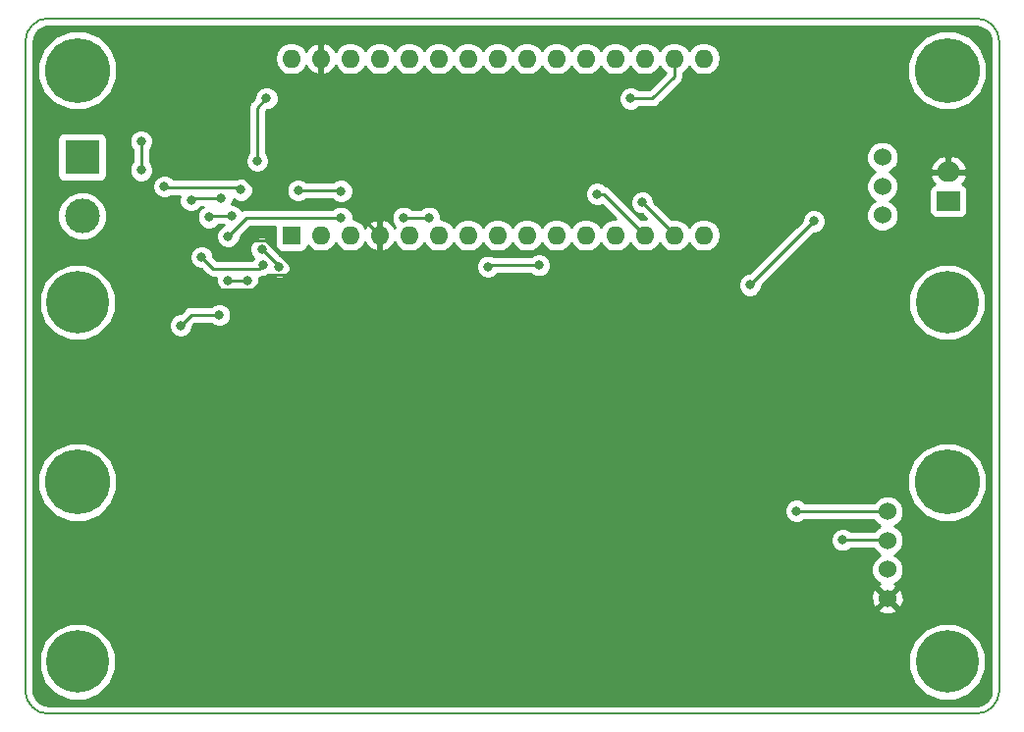
<source format=gbr>
%TF.GenerationSoftware,KiCad,Pcbnew,(5.0.0)*%
%TF.CreationDate,2020-02-27T17:20:47+00:00*%
%TF.ProjectId,Blast Furnace PCB,426C617374204675726E616365205043,rev?*%
%TF.SameCoordinates,Original*%
%TF.FileFunction,Copper,L2,Bot,Signal*%
%TF.FilePolarity,Positive*%
%FSLAX46Y46*%
G04 Gerber Fmt 4.6, Leading zero omitted, Abs format (unit mm)*
G04 Created by KiCad (PCBNEW (5.0.0)) date 02/27/20 17:20:47*
%MOMM*%
%LPD*%
G01*
G04 APERTURE LIST*
%ADD10C,0.150000*%
%ADD11C,1.524000*%
%ADD12C,5.600000*%
%ADD13C,5.400000*%
%ADD14O,1.600000X1.600000*%
%ADD15R,1.600000X1.600000*%
%ADD16C,3.000000*%
%ADD17R,3.000000X3.000000*%
%ADD18R,2.000000X1.700000*%
%ADD19O,2.000000X1.700000*%
%ADD20C,0.800000*%
%ADD21C,0.250000*%
%ADD22C,0.300000*%
%ADD23C,0.254000*%
G04 APERTURE END LIST*
D10*
X112500000Y-164500000D02*
G75*
G02X110500000Y-162500000I0J2000000D01*
G01*
X110500000Y-106500000D02*
G75*
G02X112500000Y-104500000I2000000J0D01*
G01*
X192500000Y-104500000D02*
G75*
G02X194500000Y-106500000I0J-2000000D01*
G01*
X194500000Y-162500000D02*
G75*
G02X192500000Y-164500000I-2000000J0D01*
G01*
X110500000Y-106500000D02*
X110500000Y-162500000D01*
X192500000Y-104500000D02*
X112500000Y-104500000D01*
X194500000Y-162500000D02*
X194500000Y-106500000D01*
X112498438Y-164500000D02*
X192500000Y-164500000D01*
D11*
X184850000Y-147050000D03*
X184850000Y-149550000D03*
X184850000Y-152050000D03*
X184850000Y-154550000D03*
D12*
X190000000Y-144500000D03*
X115000000Y-144500000D03*
D13*
X115000000Y-129000000D03*
X190000000Y-129000000D03*
D11*
X184400000Y-116500000D03*
X184400000Y-121500000D03*
X184400000Y-119000000D03*
D14*
X169010000Y-107960000D03*
X169010000Y-123200000D03*
X133450000Y-107960000D03*
X166470000Y-123200000D03*
X135990000Y-107960000D03*
X163930000Y-123200000D03*
X138530000Y-107960000D03*
X161390000Y-123200000D03*
X141070000Y-107960000D03*
X158850000Y-123200000D03*
X143610000Y-107960000D03*
X156310000Y-123200000D03*
X146150000Y-107960000D03*
X153770000Y-123200000D03*
X148690000Y-107960000D03*
X151230000Y-123200000D03*
X151230000Y-107960000D03*
X148690000Y-123200000D03*
X153770000Y-107960000D03*
X146150000Y-123200000D03*
X156310000Y-107960000D03*
X143610000Y-123200000D03*
X158850000Y-107960000D03*
X141070000Y-123200000D03*
X161390000Y-107960000D03*
X138530000Y-123200000D03*
X163930000Y-107960000D03*
X135990000Y-123200000D03*
X166470000Y-107960000D03*
D15*
X133450000Y-123200000D03*
D16*
X115400000Y-121540000D03*
D17*
X115400000Y-116460000D03*
D13*
X190000000Y-160000000D03*
X115000000Y-160000000D03*
D12*
X190000000Y-109000000D03*
X115000000Y-109000000D03*
D18*
X190100000Y-120250000D03*
D19*
X190100000Y-117750000D03*
D20*
X162700000Y-111425000D03*
X120500000Y-115100000D03*
X120500000Y-117600000D03*
X129500000Y-130400000D03*
X133202158Y-129896763D03*
X127000000Y-127900000D03*
X127262347Y-124575000D03*
X128650000Y-117450000D03*
X125700000Y-125100000D03*
X131000000Y-125800000D03*
X129100000Y-119300000D03*
X134037347Y-119337347D03*
X137725000Y-119400000D03*
X122500000Y-119000000D03*
X181000000Y-149500000D03*
X177000000Y-147000000D03*
X131300000Y-111400000D03*
X130500000Y-116800000D03*
X127400000Y-120000000D03*
X124800000Y-120200000D03*
X159800000Y-119650000D03*
X163700000Y-120375000D03*
X145300000Y-121700000D03*
X143100000Y-121700000D03*
X137725000Y-121698639D03*
X127987347Y-123312653D03*
X154800000Y-125800000D03*
X132400000Y-125925000D03*
X130900000Y-124400000D03*
X128262653Y-121537347D03*
X126337347Y-121662653D03*
X150400000Y-125925000D03*
X128000000Y-127100000D03*
X129625000Y-127100000D03*
X173000000Y-127500000D03*
X178500000Y-122000000D03*
X123900000Y-131000000D03*
X127213192Y-130087887D03*
D21*
X120500000Y-115100000D02*
X120500000Y-117600000D01*
X162700000Y-111425000D02*
X164575000Y-111425000D01*
X166470000Y-109530000D02*
X166470000Y-107960000D01*
X164575000Y-111425000D02*
X166470000Y-109530000D01*
X129500000Y-130400000D02*
X132698921Y-130400000D01*
X132698921Y-130400000D02*
X133202158Y-129896763D01*
X127000000Y-127900000D02*
X130200000Y-127900000D01*
X130200000Y-127900000D02*
X131449999Y-126650001D01*
X133400000Y-125851998D02*
X132600000Y-125051998D01*
X131248001Y-123674999D02*
X129025001Y-123674999D01*
X132600000Y-125051998D02*
X132600000Y-125026998D01*
X132600000Y-125026998D02*
X131248001Y-123674999D01*
X133400000Y-126250001D02*
X133400000Y-125851998D01*
X133000000Y-126650001D02*
X133400000Y-126250001D01*
X131449999Y-126650001D02*
X133000000Y-126650001D01*
X129025001Y-123674999D02*
X127700000Y-125000000D01*
X127700000Y-125000000D02*
X127400000Y-125000000D01*
X127400000Y-125000000D02*
X127262347Y-124862347D01*
X127262347Y-124862347D02*
X127262347Y-124575000D01*
X138314454Y-120444454D02*
X141070000Y-123200000D01*
X128650000Y-117450000D02*
X131644454Y-120444454D01*
X131644454Y-120444454D02*
X138314454Y-120444454D01*
X131000000Y-125800000D02*
X130684570Y-126115430D01*
X130684570Y-126115430D02*
X126775560Y-126115430D01*
X126715430Y-126115430D02*
X126775560Y-126115430D01*
X125700000Y-125100000D02*
X126715430Y-126115430D01*
X128887348Y-119087348D02*
X129100000Y-119300000D01*
X122987346Y-119087348D02*
X128887348Y-119087348D01*
X134037347Y-119337347D02*
X137662347Y-119337347D01*
X137662347Y-119337347D02*
X137725000Y-119400000D01*
X122987346Y-119087348D02*
X122587348Y-119087348D01*
X122587348Y-119087348D02*
X122500000Y-119000000D01*
X184800000Y-149500000D02*
X184850000Y-149550000D01*
X181000000Y-149500000D02*
X184800000Y-149500000D01*
X184800000Y-147000000D02*
X184850000Y-147050000D01*
X177000000Y-147000000D02*
X184800000Y-147000000D01*
X131300000Y-111400000D02*
X130500000Y-112200000D01*
X130500000Y-112200000D02*
X130500000Y-116800000D01*
X127400000Y-120000000D02*
X125000000Y-120000000D01*
X125000000Y-120000000D02*
X124800000Y-120200000D01*
D22*
X163350000Y-123200000D02*
X163480000Y-123200000D01*
D21*
X160380000Y-119650000D02*
X163930000Y-123200000D01*
X159800000Y-119650000D02*
X160380000Y-119650000D01*
X145300000Y-121700000D02*
X143100000Y-121700000D01*
X137725000Y-121698639D02*
X136001361Y-121698639D01*
X136001361Y-121698639D02*
X136000000Y-121700000D01*
X135999847Y-121700153D02*
X136001361Y-121698639D01*
X132100153Y-121700153D02*
X135999847Y-121700153D01*
X132100000Y-121700000D02*
X132100153Y-121700153D01*
X127987347Y-123312653D02*
X129600000Y-121700000D01*
X129600000Y-121700000D02*
X132100000Y-121700000D01*
X166470000Y-123145000D02*
X166470000Y-123200000D01*
X163700000Y-120375000D02*
X166470000Y-123145000D01*
X154800000Y-125800000D02*
X150525000Y-125800000D01*
X150525000Y-125800000D02*
X150400000Y-125925000D01*
X132400000Y-125925000D02*
X132400000Y-125900000D01*
X132400000Y-125900000D02*
X130900000Y-124400000D01*
X128262653Y-121537347D02*
X126462653Y-121537347D01*
X126462653Y-121537347D02*
X126337347Y-121662653D01*
X128000000Y-127100000D02*
X129625000Y-127100000D01*
X173000000Y-127500000D02*
X178500000Y-122000000D01*
X123900000Y-131000000D02*
X124812113Y-130087887D01*
X124812113Y-130087887D02*
X127213192Y-130087887D01*
D23*
G36*
X192860027Y-105268803D02*
X193191110Y-105419338D01*
X193466639Y-105656749D01*
X193664456Y-105961944D01*
X193775700Y-106333917D01*
X193790001Y-106526362D01*
X193790000Y-162449420D01*
X193731197Y-162860027D01*
X193580661Y-163191112D01*
X193343251Y-163466639D01*
X193038056Y-163664456D01*
X192666083Y-163775700D01*
X192473652Y-163790000D01*
X112550580Y-163790000D01*
X112139973Y-163731197D01*
X111808888Y-163580661D01*
X111533361Y-163343251D01*
X111335544Y-163038056D01*
X111224300Y-162666083D01*
X111210000Y-162473652D01*
X111210000Y-159336627D01*
X111665000Y-159336627D01*
X111665000Y-160663373D01*
X112172723Y-161889126D01*
X113110874Y-162827277D01*
X114336627Y-163335000D01*
X115663373Y-163335000D01*
X116889126Y-162827277D01*
X117827277Y-161889126D01*
X118335000Y-160663373D01*
X118335000Y-159336627D01*
X186665000Y-159336627D01*
X186665000Y-160663373D01*
X187172723Y-161889126D01*
X188110874Y-162827277D01*
X189336627Y-163335000D01*
X190663373Y-163335000D01*
X191889126Y-162827277D01*
X192827277Y-161889126D01*
X193335000Y-160663373D01*
X193335000Y-159336627D01*
X192827277Y-158110874D01*
X191889126Y-157172723D01*
X190663373Y-156665000D01*
X189336627Y-156665000D01*
X188110874Y-157172723D01*
X187172723Y-158110874D01*
X186665000Y-159336627D01*
X118335000Y-159336627D01*
X117827277Y-158110874D01*
X116889126Y-157172723D01*
X115663373Y-156665000D01*
X114336627Y-156665000D01*
X113110874Y-157172723D01*
X112172723Y-158110874D01*
X111665000Y-159336627D01*
X111210000Y-159336627D01*
X111210000Y-155530213D01*
X184049392Y-155530213D01*
X184118857Y-155772397D01*
X184642302Y-155959144D01*
X185197368Y-155931362D01*
X185581143Y-155772397D01*
X185650608Y-155530213D01*
X184850000Y-154729605D01*
X184049392Y-155530213D01*
X111210000Y-155530213D01*
X111210000Y-154342302D01*
X183440856Y-154342302D01*
X183468638Y-154897368D01*
X183627603Y-155281143D01*
X183869787Y-155350608D01*
X184670395Y-154550000D01*
X185029605Y-154550000D01*
X185830213Y-155350608D01*
X186072397Y-155281143D01*
X186259144Y-154757698D01*
X186231362Y-154202632D01*
X186072397Y-153818857D01*
X185830213Y-153749392D01*
X185029605Y-154550000D01*
X184670395Y-154550000D01*
X183869787Y-153749392D01*
X183627603Y-153818857D01*
X183440856Y-154342302D01*
X111210000Y-154342302D01*
X111210000Y-143816736D01*
X111565000Y-143816736D01*
X111565000Y-145183264D01*
X112087947Y-146445771D01*
X113054229Y-147412053D01*
X114316736Y-147935000D01*
X115683264Y-147935000D01*
X116945771Y-147412053D01*
X117563698Y-146794126D01*
X175965000Y-146794126D01*
X175965000Y-147205874D01*
X176122569Y-147586280D01*
X176413720Y-147877431D01*
X176794126Y-148035000D01*
X177205874Y-148035000D01*
X177586280Y-147877431D01*
X177703711Y-147760000D01*
X183631989Y-147760000D01*
X183665680Y-147841337D01*
X184058663Y-148234320D01*
X184217229Y-148300000D01*
X184058663Y-148365680D01*
X183684343Y-148740000D01*
X181703711Y-148740000D01*
X181586280Y-148622569D01*
X181205874Y-148465000D01*
X180794126Y-148465000D01*
X180413720Y-148622569D01*
X180122569Y-148913720D01*
X179965000Y-149294126D01*
X179965000Y-149705874D01*
X180122569Y-150086280D01*
X180413720Y-150377431D01*
X180794126Y-150535000D01*
X181205874Y-150535000D01*
X181586280Y-150377431D01*
X181703711Y-150260000D01*
X183631989Y-150260000D01*
X183665680Y-150341337D01*
X184058663Y-150734320D01*
X184217229Y-150800000D01*
X184058663Y-150865680D01*
X183665680Y-151258663D01*
X183453000Y-151772119D01*
X183453000Y-152327881D01*
X183665680Y-152841337D01*
X184058663Y-153234320D01*
X184201363Y-153293428D01*
X184118857Y-153327603D01*
X184049392Y-153569787D01*
X184850000Y-154370395D01*
X185650608Y-153569787D01*
X185581143Y-153327603D01*
X185492490Y-153295975D01*
X185641337Y-153234320D01*
X186034320Y-152841337D01*
X186247000Y-152327881D01*
X186247000Y-151772119D01*
X186034320Y-151258663D01*
X185641337Y-150865680D01*
X185482771Y-150800000D01*
X185641337Y-150734320D01*
X186034320Y-150341337D01*
X186247000Y-149827881D01*
X186247000Y-149272119D01*
X186034320Y-148758663D01*
X185641337Y-148365680D01*
X185482771Y-148300000D01*
X185641337Y-148234320D01*
X186034320Y-147841337D01*
X186247000Y-147327881D01*
X186247000Y-146772119D01*
X186034320Y-146258663D01*
X185641337Y-145865680D01*
X185127881Y-145653000D01*
X184572119Y-145653000D01*
X184058663Y-145865680D01*
X183684343Y-146240000D01*
X177703711Y-146240000D01*
X177586280Y-146122569D01*
X177205874Y-145965000D01*
X176794126Y-145965000D01*
X176413720Y-146122569D01*
X176122569Y-146413720D01*
X175965000Y-146794126D01*
X117563698Y-146794126D01*
X117912053Y-146445771D01*
X118435000Y-145183264D01*
X118435000Y-143816736D01*
X186565000Y-143816736D01*
X186565000Y-145183264D01*
X187087947Y-146445771D01*
X188054229Y-147412053D01*
X189316736Y-147935000D01*
X190683264Y-147935000D01*
X191945771Y-147412053D01*
X192912053Y-146445771D01*
X193435000Y-145183264D01*
X193435000Y-143816736D01*
X192912053Y-142554229D01*
X191945771Y-141587947D01*
X190683264Y-141065000D01*
X189316736Y-141065000D01*
X188054229Y-141587947D01*
X187087947Y-142554229D01*
X186565000Y-143816736D01*
X118435000Y-143816736D01*
X117912053Y-142554229D01*
X116945771Y-141587947D01*
X115683264Y-141065000D01*
X114316736Y-141065000D01*
X113054229Y-141587947D01*
X112087947Y-142554229D01*
X111565000Y-143816736D01*
X111210000Y-143816736D01*
X111210000Y-128336627D01*
X111665000Y-128336627D01*
X111665000Y-129663373D01*
X112172723Y-130889126D01*
X113110874Y-131827277D01*
X114336627Y-132335000D01*
X115663373Y-132335000D01*
X116889126Y-131827277D01*
X117827277Y-130889126D01*
X117866627Y-130794126D01*
X122865000Y-130794126D01*
X122865000Y-131205874D01*
X123022569Y-131586280D01*
X123313720Y-131877431D01*
X123694126Y-132035000D01*
X124105874Y-132035000D01*
X124486280Y-131877431D01*
X124777431Y-131586280D01*
X124935000Y-131205874D01*
X124935000Y-131039802D01*
X125126915Y-130847887D01*
X126509481Y-130847887D01*
X126626912Y-130965318D01*
X127007318Y-131122887D01*
X127419066Y-131122887D01*
X127799472Y-130965318D01*
X128090623Y-130674167D01*
X128248192Y-130293761D01*
X128248192Y-129882013D01*
X128090623Y-129501607D01*
X127799472Y-129210456D01*
X127419066Y-129052887D01*
X127007318Y-129052887D01*
X126626912Y-129210456D01*
X126509481Y-129327887D01*
X124886961Y-129327887D01*
X124812113Y-129312999D01*
X124737265Y-129327887D01*
X124737261Y-129327887D01*
X124515576Y-129371983D01*
X124264184Y-129539958D01*
X124221784Y-129603414D01*
X123860198Y-129965000D01*
X123694126Y-129965000D01*
X123313720Y-130122569D01*
X123022569Y-130413720D01*
X122865000Y-130794126D01*
X117866627Y-130794126D01*
X118335000Y-129663373D01*
X118335000Y-128336627D01*
X117827277Y-127110874D01*
X116889126Y-126172723D01*
X115663373Y-125665000D01*
X114336627Y-125665000D01*
X113110874Y-126172723D01*
X112172723Y-127110874D01*
X111665000Y-128336627D01*
X111210000Y-128336627D01*
X111210000Y-124894126D01*
X124665000Y-124894126D01*
X124665000Y-125305874D01*
X124822569Y-125686280D01*
X125113720Y-125977431D01*
X125494126Y-126135000D01*
X125660199Y-126135000D01*
X126125101Y-126599903D01*
X126167501Y-126663359D01*
X126418893Y-126831334D01*
X126640578Y-126875430D01*
X126640583Y-126875430D01*
X126715430Y-126890318D01*
X126790277Y-126875430D01*
X126972744Y-126875430D01*
X126965000Y-126894126D01*
X126965000Y-127305874D01*
X127122569Y-127686280D01*
X127413720Y-127977431D01*
X127794126Y-128135000D01*
X128205874Y-128135000D01*
X128586280Y-127977431D01*
X128703711Y-127860000D01*
X128921289Y-127860000D01*
X129038720Y-127977431D01*
X129419126Y-128135000D01*
X129830874Y-128135000D01*
X130211280Y-127977431D01*
X130502431Y-127686280D01*
X130660000Y-127305874D01*
X130660000Y-127294126D01*
X171965000Y-127294126D01*
X171965000Y-127705874D01*
X172122569Y-128086280D01*
X172413720Y-128377431D01*
X172794126Y-128535000D01*
X173205874Y-128535000D01*
X173586280Y-128377431D01*
X173627084Y-128336627D01*
X186665000Y-128336627D01*
X186665000Y-129663373D01*
X187172723Y-130889126D01*
X188110874Y-131827277D01*
X189336627Y-132335000D01*
X190663373Y-132335000D01*
X191889126Y-131827277D01*
X192827277Y-130889126D01*
X193335000Y-129663373D01*
X193335000Y-128336627D01*
X192827277Y-127110874D01*
X191889126Y-126172723D01*
X190663373Y-125665000D01*
X189336627Y-125665000D01*
X188110874Y-126172723D01*
X187172723Y-127110874D01*
X186665000Y-128336627D01*
X173627084Y-128336627D01*
X173877431Y-128086280D01*
X174035000Y-127705874D01*
X174035000Y-127539801D01*
X178539802Y-123035000D01*
X178705874Y-123035000D01*
X179086280Y-122877431D01*
X179377431Y-122586280D01*
X179535000Y-122205874D01*
X179535000Y-121794126D01*
X179377431Y-121413720D01*
X179086280Y-121122569D01*
X178705874Y-120965000D01*
X178294126Y-120965000D01*
X177913720Y-121122569D01*
X177622569Y-121413720D01*
X177465000Y-121794126D01*
X177465000Y-121960198D01*
X172960199Y-126465000D01*
X172794126Y-126465000D01*
X172413720Y-126622569D01*
X172122569Y-126913720D01*
X171965000Y-127294126D01*
X130660000Y-127294126D01*
X130660000Y-126894126D01*
X130656075Y-126884650D01*
X130684570Y-126890318D01*
X130759417Y-126875430D01*
X130759422Y-126875430D01*
X130962677Y-126835000D01*
X131205874Y-126835000D01*
X131586280Y-126677431D01*
X131637500Y-126626211D01*
X131813720Y-126802431D01*
X132194126Y-126960000D01*
X132605874Y-126960000D01*
X132986280Y-126802431D01*
X133277431Y-126511280D01*
X133435000Y-126130874D01*
X133435000Y-125719126D01*
X149365000Y-125719126D01*
X149365000Y-126130874D01*
X149522569Y-126511280D01*
X149813720Y-126802431D01*
X150194126Y-126960000D01*
X150605874Y-126960000D01*
X150986280Y-126802431D01*
X151228711Y-126560000D01*
X154096289Y-126560000D01*
X154213720Y-126677431D01*
X154594126Y-126835000D01*
X155005874Y-126835000D01*
X155386280Y-126677431D01*
X155677431Y-126386280D01*
X155835000Y-126005874D01*
X155835000Y-125594126D01*
X155677431Y-125213720D01*
X155386280Y-124922569D01*
X155005874Y-124765000D01*
X154594126Y-124765000D01*
X154213720Y-124922569D01*
X154096289Y-125040000D01*
X150968007Y-125040000D01*
X150605874Y-124890000D01*
X150194126Y-124890000D01*
X149813720Y-125047569D01*
X149522569Y-125338720D01*
X149365000Y-125719126D01*
X133435000Y-125719126D01*
X133277431Y-125338720D01*
X132986280Y-125047569D01*
X132605874Y-124890000D01*
X132464802Y-124890000D01*
X131935000Y-124360198D01*
X131935000Y-124194126D01*
X131777431Y-123813720D01*
X131486280Y-123522569D01*
X131105874Y-123365000D01*
X130694126Y-123365000D01*
X130313720Y-123522569D01*
X130022569Y-123813720D01*
X129865000Y-124194126D01*
X129865000Y-124605874D01*
X130022569Y-124986280D01*
X130186289Y-125150000D01*
X130122569Y-125213720D01*
X130063871Y-125355430D01*
X127030232Y-125355430D01*
X126735000Y-125060199D01*
X126735000Y-124894126D01*
X126577431Y-124513720D01*
X126286280Y-124222569D01*
X125905874Y-124065000D01*
X125494126Y-124065000D01*
X125113720Y-124222569D01*
X124822569Y-124513720D01*
X124665000Y-124894126D01*
X111210000Y-124894126D01*
X111210000Y-121115322D01*
X113265000Y-121115322D01*
X113265000Y-121964678D01*
X113590034Y-122749380D01*
X114190620Y-123349966D01*
X114975322Y-123675000D01*
X115824678Y-123675000D01*
X116609380Y-123349966D01*
X117209966Y-122749380D01*
X117535000Y-121964678D01*
X117535000Y-121115322D01*
X117209966Y-120330620D01*
X116609380Y-119730034D01*
X115824678Y-119405000D01*
X114975322Y-119405000D01*
X114190620Y-119730034D01*
X113590034Y-120330620D01*
X113265000Y-121115322D01*
X111210000Y-121115322D01*
X111210000Y-118794126D01*
X121465000Y-118794126D01*
X121465000Y-119205874D01*
X121622569Y-119586280D01*
X121913720Y-119877431D01*
X122294126Y-120035000D01*
X122705874Y-120035000D01*
X123086280Y-119877431D01*
X123116363Y-119847348D01*
X123825797Y-119847348D01*
X123765000Y-119994126D01*
X123765000Y-120405874D01*
X123922569Y-120786280D01*
X124213720Y-121077431D01*
X124594126Y-121235000D01*
X125005874Y-121235000D01*
X125386280Y-121077431D01*
X125677431Y-120786280D01*
X125688317Y-120760000D01*
X125811958Y-120760000D01*
X125751067Y-120785222D01*
X125459916Y-121076373D01*
X125302347Y-121456779D01*
X125302347Y-121868527D01*
X125459916Y-122248933D01*
X125751067Y-122540084D01*
X126131473Y-122697653D01*
X126543221Y-122697653D01*
X126923627Y-122540084D01*
X127166364Y-122297347D01*
X127558942Y-122297347D01*
X127610194Y-122348599D01*
X127401067Y-122435222D01*
X127109916Y-122726373D01*
X126952347Y-123106779D01*
X126952347Y-123518527D01*
X127109916Y-123898933D01*
X127401067Y-124190084D01*
X127781473Y-124347653D01*
X128193221Y-124347653D01*
X128573627Y-124190084D01*
X128864778Y-123898933D01*
X129022347Y-123518527D01*
X129022347Y-123352454D01*
X129914802Y-122460000D01*
X132002560Y-122460000D01*
X132002560Y-124000000D01*
X132051843Y-124247765D01*
X132192191Y-124457809D01*
X132402235Y-124598157D01*
X132650000Y-124647440D01*
X134250000Y-124647440D01*
X134497765Y-124598157D01*
X134707809Y-124457809D01*
X134848157Y-124247765D01*
X134874785Y-124113894D01*
X134955423Y-124234577D01*
X135430091Y-124551740D01*
X135848667Y-124635000D01*
X136131333Y-124635000D01*
X136549909Y-124551740D01*
X137024577Y-124234577D01*
X137260000Y-123882242D01*
X137495423Y-124234577D01*
X137970091Y-124551740D01*
X138388667Y-124635000D01*
X138671333Y-124635000D01*
X139089909Y-124551740D01*
X139564577Y-124234577D01*
X139820947Y-123850892D01*
X139917611Y-124055134D01*
X140332577Y-124431041D01*
X140720961Y-124591904D01*
X140943000Y-124469915D01*
X140943000Y-123327000D01*
X140923000Y-123327000D01*
X140923000Y-123073000D01*
X140943000Y-123073000D01*
X140943000Y-121930085D01*
X141197000Y-121930085D01*
X141197000Y-123073000D01*
X141217000Y-123073000D01*
X141217000Y-123327000D01*
X141197000Y-123327000D01*
X141197000Y-124469915D01*
X141419039Y-124591904D01*
X141807423Y-124431041D01*
X142222389Y-124055134D01*
X142319053Y-123850892D01*
X142575423Y-124234577D01*
X143050091Y-124551740D01*
X143468667Y-124635000D01*
X143751333Y-124635000D01*
X144169909Y-124551740D01*
X144644577Y-124234577D01*
X144880000Y-123882242D01*
X145115423Y-124234577D01*
X145590091Y-124551740D01*
X146008667Y-124635000D01*
X146291333Y-124635000D01*
X146709909Y-124551740D01*
X147184577Y-124234577D01*
X147420000Y-123882242D01*
X147655423Y-124234577D01*
X148130091Y-124551740D01*
X148548667Y-124635000D01*
X148831333Y-124635000D01*
X149249909Y-124551740D01*
X149724577Y-124234577D01*
X149960000Y-123882242D01*
X150195423Y-124234577D01*
X150670091Y-124551740D01*
X151088667Y-124635000D01*
X151371333Y-124635000D01*
X151789909Y-124551740D01*
X152264577Y-124234577D01*
X152500000Y-123882242D01*
X152735423Y-124234577D01*
X153210091Y-124551740D01*
X153628667Y-124635000D01*
X153911333Y-124635000D01*
X154329909Y-124551740D01*
X154804577Y-124234577D01*
X155040000Y-123882242D01*
X155275423Y-124234577D01*
X155750091Y-124551740D01*
X156168667Y-124635000D01*
X156451333Y-124635000D01*
X156869909Y-124551740D01*
X157344577Y-124234577D01*
X157580000Y-123882242D01*
X157815423Y-124234577D01*
X158290091Y-124551740D01*
X158708667Y-124635000D01*
X158991333Y-124635000D01*
X159409909Y-124551740D01*
X159884577Y-124234577D01*
X160120000Y-123882242D01*
X160355423Y-124234577D01*
X160830091Y-124551740D01*
X161248667Y-124635000D01*
X161531333Y-124635000D01*
X161949909Y-124551740D01*
X162424577Y-124234577D01*
X162660000Y-123882242D01*
X162895423Y-124234577D01*
X163370091Y-124551740D01*
X163788667Y-124635000D01*
X164071333Y-124635000D01*
X164489909Y-124551740D01*
X164964577Y-124234577D01*
X165200000Y-123882242D01*
X165435423Y-124234577D01*
X165910091Y-124551740D01*
X166328667Y-124635000D01*
X166611333Y-124635000D01*
X167029909Y-124551740D01*
X167504577Y-124234577D01*
X167740000Y-123882242D01*
X167975423Y-124234577D01*
X168450091Y-124551740D01*
X168868667Y-124635000D01*
X169151333Y-124635000D01*
X169569909Y-124551740D01*
X170044577Y-124234577D01*
X170361740Y-123759909D01*
X170473113Y-123200000D01*
X170361740Y-122640091D01*
X170044577Y-122165423D01*
X169569909Y-121848260D01*
X169151333Y-121765000D01*
X168868667Y-121765000D01*
X168450091Y-121848260D01*
X167975423Y-122165423D01*
X167740000Y-122517758D01*
X167504577Y-122165423D01*
X167029909Y-121848260D01*
X166611333Y-121765000D01*
X166328667Y-121765000D01*
X166191989Y-121792187D01*
X164735000Y-120335199D01*
X164735000Y-120169126D01*
X164577431Y-119788720D01*
X164286280Y-119497569D01*
X163905874Y-119340000D01*
X163494126Y-119340000D01*
X163113720Y-119497569D01*
X162822569Y-119788720D01*
X162665000Y-120169126D01*
X162665000Y-120580874D01*
X162822569Y-120961280D01*
X163113720Y-121252431D01*
X163494126Y-121410000D01*
X163660199Y-121410000D01*
X164015199Y-121765000D01*
X163788667Y-121765000D01*
X163606114Y-121801312D01*
X160970331Y-119165530D01*
X160927929Y-119102071D01*
X160676537Y-118934096D01*
X160515843Y-118902132D01*
X160386280Y-118772569D01*
X160005874Y-118615000D01*
X159594126Y-118615000D01*
X159213720Y-118772569D01*
X158922569Y-119063720D01*
X158765000Y-119444126D01*
X158765000Y-119855874D01*
X158922569Y-120236280D01*
X159213720Y-120527431D01*
X159594126Y-120685000D01*
X160005874Y-120685000D01*
X160242278Y-120587079D01*
X161420199Y-121765000D01*
X161248667Y-121765000D01*
X160830091Y-121848260D01*
X160355423Y-122165423D01*
X160120000Y-122517758D01*
X159884577Y-122165423D01*
X159409909Y-121848260D01*
X158991333Y-121765000D01*
X158708667Y-121765000D01*
X158290091Y-121848260D01*
X157815423Y-122165423D01*
X157580000Y-122517758D01*
X157344577Y-122165423D01*
X156869909Y-121848260D01*
X156451333Y-121765000D01*
X156168667Y-121765000D01*
X155750091Y-121848260D01*
X155275423Y-122165423D01*
X155040000Y-122517758D01*
X154804577Y-122165423D01*
X154329909Y-121848260D01*
X153911333Y-121765000D01*
X153628667Y-121765000D01*
X153210091Y-121848260D01*
X152735423Y-122165423D01*
X152500000Y-122517758D01*
X152264577Y-122165423D01*
X151789909Y-121848260D01*
X151371333Y-121765000D01*
X151088667Y-121765000D01*
X150670091Y-121848260D01*
X150195423Y-122165423D01*
X149960000Y-122517758D01*
X149724577Y-122165423D01*
X149249909Y-121848260D01*
X148831333Y-121765000D01*
X148548667Y-121765000D01*
X148130091Y-121848260D01*
X147655423Y-122165423D01*
X147420000Y-122517758D01*
X147184577Y-122165423D01*
X146709909Y-121848260D01*
X146335000Y-121773686D01*
X146335000Y-121494126D01*
X146177431Y-121113720D01*
X145886280Y-120822569D01*
X145505874Y-120665000D01*
X145094126Y-120665000D01*
X144713720Y-120822569D01*
X144596289Y-120940000D01*
X143803711Y-120940000D01*
X143686280Y-120822569D01*
X143305874Y-120665000D01*
X142894126Y-120665000D01*
X142513720Y-120822569D01*
X142222569Y-121113720D01*
X142065000Y-121494126D01*
X142065000Y-121905874D01*
X142222569Y-122286280D01*
X142385681Y-122449392D01*
X142319053Y-122549108D01*
X142222389Y-122344866D01*
X141807423Y-121968959D01*
X141419039Y-121808096D01*
X141197000Y-121930085D01*
X140943000Y-121930085D01*
X140720961Y-121808096D01*
X140332577Y-121968959D01*
X139917611Y-122344866D01*
X139820947Y-122549108D01*
X139564577Y-122165423D01*
X139089909Y-121848260D01*
X138760000Y-121782637D01*
X138760000Y-121492765D01*
X138602431Y-121112359D01*
X138311280Y-120821208D01*
X137930874Y-120663639D01*
X137519126Y-120663639D01*
X137138720Y-120821208D01*
X137021289Y-120938639D01*
X136076209Y-120938639D01*
X136001361Y-120923751D01*
X136001360Y-120923751D01*
X135952162Y-120933537D01*
X135926513Y-120938639D01*
X135926509Y-120938639D01*
X135918898Y-120940153D01*
X132175621Y-120940153D01*
X132174852Y-120940000D01*
X132174847Y-120940000D01*
X132100000Y-120925112D01*
X132025153Y-120940000D01*
X129674848Y-120940000D01*
X129600000Y-120925112D01*
X129525152Y-120940000D01*
X129525148Y-120940000D01*
X129351605Y-120974520D01*
X129303462Y-120984096D01*
X129186215Y-121062438D01*
X129140084Y-120951067D01*
X128848933Y-120659916D01*
X128468527Y-120502347D01*
X128312197Y-120502347D01*
X128435000Y-120205874D01*
X128435000Y-120098711D01*
X128513720Y-120177431D01*
X128894126Y-120335000D01*
X129305874Y-120335000D01*
X129686280Y-120177431D01*
X129977431Y-119886280D01*
X130135000Y-119505874D01*
X130135000Y-119131473D01*
X133002347Y-119131473D01*
X133002347Y-119543221D01*
X133159916Y-119923627D01*
X133451067Y-120214778D01*
X133831473Y-120372347D01*
X134243221Y-120372347D01*
X134623627Y-120214778D01*
X134741058Y-120097347D01*
X136958636Y-120097347D01*
X137138720Y-120277431D01*
X137519126Y-120435000D01*
X137930874Y-120435000D01*
X138311280Y-120277431D01*
X138602431Y-119986280D01*
X138760000Y-119605874D01*
X138760000Y-119194126D01*
X138602431Y-118813720D01*
X138311280Y-118522569D01*
X137930874Y-118365000D01*
X137519126Y-118365000D01*
X137138720Y-118522569D01*
X137083942Y-118577347D01*
X134741058Y-118577347D01*
X134623627Y-118459916D01*
X134243221Y-118302347D01*
X133831473Y-118302347D01*
X133451067Y-118459916D01*
X133159916Y-118751067D01*
X133002347Y-119131473D01*
X130135000Y-119131473D01*
X130135000Y-119094126D01*
X129977431Y-118713720D01*
X129686280Y-118422569D01*
X129305874Y-118265000D01*
X128894126Y-118265000D01*
X128743604Y-118327348D01*
X123291059Y-118327348D01*
X123086280Y-118122569D01*
X122705874Y-117965000D01*
X122294126Y-117965000D01*
X121913720Y-118122569D01*
X121622569Y-118413720D01*
X121465000Y-118794126D01*
X111210000Y-118794126D01*
X111210000Y-114960000D01*
X113252560Y-114960000D01*
X113252560Y-117960000D01*
X113301843Y-118207765D01*
X113442191Y-118417809D01*
X113652235Y-118558157D01*
X113900000Y-118607440D01*
X116900000Y-118607440D01*
X117147765Y-118558157D01*
X117357809Y-118417809D01*
X117498157Y-118207765D01*
X117547440Y-117960000D01*
X117547440Y-114960000D01*
X117534337Y-114894126D01*
X119465000Y-114894126D01*
X119465000Y-115305874D01*
X119622569Y-115686280D01*
X119740000Y-115803711D01*
X119740001Y-116896288D01*
X119622569Y-117013720D01*
X119465000Y-117394126D01*
X119465000Y-117805874D01*
X119622569Y-118186280D01*
X119913720Y-118477431D01*
X120294126Y-118635000D01*
X120705874Y-118635000D01*
X121086280Y-118477431D01*
X121377431Y-118186280D01*
X121535000Y-117805874D01*
X121535000Y-117394126D01*
X121377431Y-117013720D01*
X121260000Y-116896289D01*
X121260000Y-116594126D01*
X129465000Y-116594126D01*
X129465000Y-117005874D01*
X129622569Y-117386280D01*
X129913720Y-117677431D01*
X130294126Y-117835000D01*
X130705874Y-117835000D01*
X131086280Y-117677431D01*
X131377431Y-117386280D01*
X131535000Y-117005874D01*
X131535000Y-116594126D01*
X131380910Y-116222119D01*
X183003000Y-116222119D01*
X183003000Y-116777881D01*
X183215680Y-117291337D01*
X183608663Y-117684320D01*
X183767229Y-117750000D01*
X183608663Y-117815680D01*
X183215680Y-118208663D01*
X183003000Y-118722119D01*
X183003000Y-119277881D01*
X183215680Y-119791337D01*
X183608663Y-120184320D01*
X183767229Y-120250000D01*
X183608663Y-120315680D01*
X183215680Y-120708663D01*
X183003000Y-121222119D01*
X183003000Y-121777881D01*
X183215680Y-122291337D01*
X183608663Y-122684320D01*
X184122119Y-122897000D01*
X184677881Y-122897000D01*
X185191337Y-122684320D01*
X185584320Y-122291337D01*
X185797000Y-121777881D01*
X185797000Y-121222119D01*
X185584320Y-120708663D01*
X185191337Y-120315680D01*
X185032771Y-120250000D01*
X185191337Y-120184320D01*
X185584320Y-119791337D01*
X185746416Y-119400000D01*
X188452560Y-119400000D01*
X188452560Y-121100000D01*
X188501843Y-121347765D01*
X188642191Y-121557809D01*
X188852235Y-121698157D01*
X189100000Y-121747440D01*
X191100000Y-121747440D01*
X191347765Y-121698157D01*
X191557809Y-121557809D01*
X191698157Y-121347765D01*
X191747440Y-121100000D01*
X191747440Y-119400000D01*
X191698157Y-119152235D01*
X191557809Y-118942191D01*
X191347765Y-118801843D01*
X191276218Y-118787612D01*
X191438664Y-118642045D01*
X191689553Y-118119260D01*
X191691476Y-118106890D01*
X191570155Y-117877000D01*
X190227000Y-117877000D01*
X190227000Y-117897000D01*
X189973000Y-117897000D01*
X189973000Y-117877000D01*
X188629845Y-117877000D01*
X188508524Y-118106890D01*
X188510447Y-118119260D01*
X188761336Y-118642045D01*
X188923782Y-118787612D01*
X188852235Y-118801843D01*
X188642191Y-118942191D01*
X188501843Y-119152235D01*
X188452560Y-119400000D01*
X185746416Y-119400000D01*
X185797000Y-119277881D01*
X185797000Y-118722119D01*
X185584320Y-118208663D01*
X185191337Y-117815680D01*
X185032771Y-117750000D01*
X185191337Y-117684320D01*
X185482547Y-117393110D01*
X188508524Y-117393110D01*
X188629845Y-117623000D01*
X189973000Y-117623000D01*
X189973000Y-116422769D01*
X190227000Y-116422769D01*
X190227000Y-117623000D01*
X191570155Y-117623000D01*
X191691476Y-117393110D01*
X191689553Y-117380740D01*
X191438664Y-116857955D01*
X191006812Y-116470976D01*
X190459742Y-116278716D01*
X190227000Y-116422769D01*
X189973000Y-116422769D01*
X189740258Y-116278716D01*
X189193188Y-116470976D01*
X188761336Y-116857955D01*
X188510447Y-117380740D01*
X188508524Y-117393110D01*
X185482547Y-117393110D01*
X185584320Y-117291337D01*
X185797000Y-116777881D01*
X185797000Y-116222119D01*
X185584320Y-115708663D01*
X185191337Y-115315680D01*
X184677881Y-115103000D01*
X184122119Y-115103000D01*
X183608663Y-115315680D01*
X183215680Y-115708663D01*
X183003000Y-116222119D01*
X131380910Y-116222119D01*
X131377431Y-116213720D01*
X131260000Y-116096289D01*
X131260000Y-112514801D01*
X131339801Y-112435000D01*
X131505874Y-112435000D01*
X131886280Y-112277431D01*
X132177431Y-111986280D01*
X132335000Y-111605874D01*
X132335000Y-111194126D01*
X132177431Y-110813720D01*
X131886280Y-110522569D01*
X131505874Y-110365000D01*
X131094126Y-110365000D01*
X130713720Y-110522569D01*
X130422569Y-110813720D01*
X130265000Y-111194126D01*
X130265000Y-111360199D01*
X130015530Y-111609669D01*
X129952071Y-111652071D01*
X129784096Y-111903464D01*
X129740000Y-112125149D01*
X129740000Y-112125153D01*
X129725112Y-112200000D01*
X129740000Y-112274847D01*
X129740001Y-116096288D01*
X129622569Y-116213720D01*
X129465000Y-116594126D01*
X121260000Y-116594126D01*
X121260000Y-115803711D01*
X121377431Y-115686280D01*
X121535000Y-115305874D01*
X121535000Y-114894126D01*
X121377431Y-114513720D01*
X121086280Y-114222569D01*
X120705874Y-114065000D01*
X120294126Y-114065000D01*
X119913720Y-114222569D01*
X119622569Y-114513720D01*
X119465000Y-114894126D01*
X117534337Y-114894126D01*
X117498157Y-114712235D01*
X117357809Y-114502191D01*
X117147765Y-114361843D01*
X116900000Y-114312560D01*
X113900000Y-114312560D01*
X113652235Y-114361843D01*
X113442191Y-114502191D01*
X113301843Y-114712235D01*
X113252560Y-114960000D01*
X111210000Y-114960000D01*
X111210000Y-108316736D01*
X111565000Y-108316736D01*
X111565000Y-109683264D01*
X112087947Y-110945771D01*
X113054229Y-111912053D01*
X114316736Y-112435000D01*
X115683264Y-112435000D01*
X116945771Y-111912053D01*
X117912053Y-110945771D01*
X118435000Y-109683264D01*
X118435000Y-108316736D01*
X118287236Y-107960000D01*
X131986887Y-107960000D01*
X132098260Y-108519909D01*
X132415423Y-108994577D01*
X132890091Y-109311740D01*
X133308667Y-109395000D01*
X133591333Y-109395000D01*
X134009909Y-109311740D01*
X134484577Y-108994577D01*
X134740947Y-108610892D01*
X134837611Y-108815134D01*
X135252577Y-109191041D01*
X135640961Y-109351904D01*
X135863000Y-109229915D01*
X135863000Y-108087000D01*
X135843000Y-108087000D01*
X135843000Y-107833000D01*
X135863000Y-107833000D01*
X135863000Y-106690085D01*
X136117000Y-106690085D01*
X136117000Y-107833000D01*
X136137000Y-107833000D01*
X136137000Y-108087000D01*
X136117000Y-108087000D01*
X136117000Y-109229915D01*
X136339039Y-109351904D01*
X136727423Y-109191041D01*
X137142389Y-108815134D01*
X137239053Y-108610892D01*
X137495423Y-108994577D01*
X137970091Y-109311740D01*
X138388667Y-109395000D01*
X138671333Y-109395000D01*
X139089909Y-109311740D01*
X139564577Y-108994577D01*
X139800000Y-108642242D01*
X140035423Y-108994577D01*
X140510091Y-109311740D01*
X140928667Y-109395000D01*
X141211333Y-109395000D01*
X141629909Y-109311740D01*
X142104577Y-108994577D01*
X142340000Y-108642242D01*
X142575423Y-108994577D01*
X143050091Y-109311740D01*
X143468667Y-109395000D01*
X143751333Y-109395000D01*
X144169909Y-109311740D01*
X144644577Y-108994577D01*
X144880000Y-108642242D01*
X145115423Y-108994577D01*
X145590091Y-109311740D01*
X146008667Y-109395000D01*
X146291333Y-109395000D01*
X146709909Y-109311740D01*
X147184577Y-108994577D01*
X147420000Y-108642242D01*
X147655423Y-108994577D01*
X148130091Y-109311740D01*
X148548667Y-109395000D01*
X148831333Y-109395000D01*
X149249909Y-109311740D01*
X149724577Y-108994577D01*
X149960000Y-108642242D01*
X150195423Y-108994577D01*
X150670091Y-109311740D01*
X151088667Y-109395000D01*
X151371333Y-109395000D01*
X151789909Y-109311740D01*
X152264577Y-108994577D01*
X152500000Y-108642242D01*
X152735423Y-108994577D01*
X153210091Y-109311740D01*
X153628667Y-109395000D01*
X153911333Y-109395000D01*
X154329909Y-109311740D01*
X154804577Y-108994577D01*
X155040000Y-108642242D01*
X155275423Y-108994577D01*
X155750091Y-109311740D01*
X156168667Y-109395000D01*
X156451333Y-109395000D01*
X156869909Y-109311740D01*
X157344577Y-108994577D01*
X157580000Y-108642242D01*
X157815423Y-108994577D01*
X158290091Y-109311740D01*
X158708667Y-109395000D01*
X158991333Y-109395000D01*
X159409909Y-109311740D01*
X159884577Y-108994577D01*
X160120000Y-108642242D01*
X160355423Y-108994577D01*
X160830091Y-109311740D01*
X161248667Y-109395000D01*
X161531333Y-109395000D01*
X161949909Y-109311740D01*
X162424577Y-108994577D01*
X162660000Y-108642242D01*
X162895423Y-108994577D01*
X163370091Y-109311740D01*
X163788667Y-109395000D01*
X164071333Y-109395000D01*
X164489909Y-109311740D01*
X164964577Y-108994577D01*
X165200000Y-108642242D01*
X165435423Y-108994577D01*
X165710000Y-109178044D01*
X165710000Y-109215198D01*
X164260199Y-110665000D01*
X163403711Y-110665000D01*
X163286280Y-110547569D01*
X162905874Y-110390000D01*
X162494126Y-110390000D01*
X162113720Y-110547569D01*
X161822569Y-110838720D01*
X161665000Y-111219126D01*
X161665000Y-111630874D01*
X161822569Y-112011280D01*
X162113720Y-112302431D01*
X162494126Y-112460000D01*
X162905874Y-112460000D01*
X163286280Y-112302431D01*
X163403711Y-112185000D01*
X164500153Y-112185000D01*
X164575000Y-112199888D01*
X164649847Y-112185000D01*
X164649852Y-112185000D01*
X164871537Y-112140904D01*
X165122929Y-111972929D01*
X165165331Y-111909470D01*
X166954473Y-110120329D01*
X167017929Y-110077929D01*
X167060924Y-110013582D01*
X167185904Y-109826538D01*
X167195480Y-109778395D01*
X167230000Y-109604852D01*
X167230000Y-109604848D01*
X167244888Y-109530000D01*
X167230000Y-109455152D01*
X167230000Y-109178043D01*
X167504577Y-108994577D01*
X167740000Y-108642242D01*
X167975423Y-108994577D01*
X168450091Y-109311740D01*
X168868667Y-109395000D01*
X169151333Y-109395000D01*
X169569909Y-109311740D01*
X170044577Y-108994577D01*
X170361740Y-108519909D01*
X170402153Y-108316736D01*
X186565000Y-108316736D01*
X186565000Y-109683264D01*
X187087947Y-110945771D01*
X188054229Y-111912053D01*
X189316736Y-112435000D01*
X190683264Y-112435000D01*
X191945771Y-111912053D01*
X192912053Y-110945771D01*
X193435000Y-109683264D01*
X193435000Y-108316736D01*
X192912053Y-107054229D01*
X191945771Y-106087947D01*
X190683264Y-105565000D01*
X189316736Y-105565000D01*
X188054229Y-106087947D01*
X187087947Y-107054229D01*
X186565000Y-108316736D01*
X170402153Y-108316736D01*
X170473113Y-107960000D01*
X170361740Y-107400091D01*
X170044577Y-106925423D01*
X169569909Y-106608260D01*
X169151333Y-106525000D01*
X168868667Y-106525000D01*
X168450091Y-106608260D01*
X167975423Y-106925423D01*
X167740000Y-107277758D01*
X167504577Y-106925423D01*
X167029909Y-106608260D01*
X166611333Y-106525000D01*
X166328667Y-106525000D01*
X165910091Y-106608260D01*
X165435423Y-106925423D01*
X165200000Y-107277758D01*
X164964577Y-106925423D01*
X164489909Y-106608260D01*
X164071333Y-106525000D01*
X163788667Y-106525000D01*
X163370091Y-106608260D01*
X162895423Y-106925423D01*
X162660000Y-107277758D01*
X162424577Y-106925423D01*
X161949909Y-106608260D01*
X161531333Y-106525000D01*
X161248667Y-106525000D01*
X160830091Y-106608260D01*
X160355423Y-106925423D01*
X160120000Y-107277758D01*
X159884577Y-106925423D01*
X159409909Y-106608260D01*
X158991333Y-106525000D01*
X158708667Y-106525000D01*
X158290091Y-106608260D01*
X157815423Y-106925423D01*
X157580000Y-107277758D01*
X157344577Y-106925423D01*
X156869909Y-106608260D01*
X156451333Y-106525000D01*
X156168667Y-106525000D01*
X155750091Y-106608260D01*
X155275423Y-106925423D01*
X155040000Y-107277758D01*
X154804577Y-106925423D01*
X154329909Y-106608260D01*
X153911333Y-106525000D01*
X153628667Y-106525000D01*
X153210091Y-106608260D01*
X152735423Y-106925423D01*
X152500000Y-107277758D01*
X152264577Y-106925423D01*
X151789909Y-106608260D01*
X151371333Y-106525000D01*
X151088667Y-106525000D01*
X150670091Y-106608260D01*
X150195423Y-106925423D01*
X149960000Y-107277758D01*
X149724577Y-106925423D01*
X149249909Y-106608260D01*
X148831333Y-106525000D01*
X148548667Y-106525000D01*
X148130091Y-106608260D01*
X147655423Y-106925423D01*
X147420000Y-107277758D01*
X147184577Y-106925423D01*
X146709909Y-106608260D01*
X146291333Y-106525000D01*
X146008667Y-106525000D01*
X145590091Y-106608260D01*
X145115423Y-106925423D01*
X144880000Y-107277758D01*
X144644577Y-106925423D01*
X144169909Y-106608260D01*
X143751333Y-106525000D01*
X143468667Y-106525000D01*
X143050091Y-106608260D01*
X142575423Y-106925423D01*
X142340000Y-107277758D01*
X142104577Y-106925423D01*
X141629909Y-106608260D01*
X141211333Y-106525000D01*
X140928667Y-106525000D01*
X140510091Y-106608260D01*
X140035423Y-106925423D01*
X139800000Y-107277758D01*
X139564577Y-106925423D01*
X139089909Y-106608260D01*
X138671333Y-106525000D01*
X138388667Y-106525000D01*
X137970091Y-106608260D01*
X137495423Y-106925423D01*
X137239053Y-107309108D01*
X137142389Y-107104866D01*
X136727423Y-106728959D01*
X136339039Y-106568096D01*
X136117000Y-106690085D01*
X135863000Y-106690085D01*
X135640961Y-106568096D01*
X135252577Y-106728959D01*
X134837611Y-107104866D01*
X134740947Y-107309108D01*
X134484577Y-106925423D01*
X134009909Y-106608260D01*
X133591333Y-106525000D01*
X133308667Y-106525000D01*
X132890091Y-106608260D01*
X132415423Y-106925423D01*
X132098260Y-107400091D01*
X131986887Y-107960000D01*
X118287236Y-107960000D01*
X117912053Y-107054229D01*
X116945771Y-106087947D01*
X115683264Y-105565000D01*
X114316736Y-105565000D01*
X113054229Y-106087947D01*
X112087947Y-107054229D01*
X111565000Y-108316736D01*
X111210000Y-108316736D01*
X111210000Y-106550580D01*
X111268803Y-106139973D01*
X111419338Y-105808890D01*
X111656749Y-105533361D01*
X111961944Y-105335544D01*
X112333917Y-105224300D01*
X112526348Y-105210000D01*
X192449420Y-105210000D01*
X192860027Y-105268803D01*
X192860027Y-105268803D01*
G37*
X192860027Y-105268803D02*
X193191110Y-105419338D01*
X193466639Y-105656749D01*
X193664456Y-105961944D01*
X193775700Y-106333917D01*
X193790001Y-106526362D01*
X193790000Y-162449420D01*
X193731197Y-162860027D01*
X193580661Y-163191112D01*
X193343251Y-163466639D01*
X193038056Y-163664456D01*
X192666083Y-163775700D01*
X192473652Y-163790000D01*
X112550580Y-163790000D01*
X112139973Y-163731197D01*
X111808888Y-163580661D01*
X111533361Y-163343251D01*
X111335544Y-163038056D01*
X111224300Y-162666083D01*
X111210000Y-162473652D01*
X111210000Y-159336627D01*
X111665000Y-159336627D01*
X111665000Y-160663373D01*
X112172723Y-161889126D01*
X113110874Y-162827277D01*
X114336627Y-163335000D01*
X115663373Y-163335000D01*
X116889126Y-162827277D01*
X117827277Y-161889126D01*
X118335000Y-160663373D01*
X118335000Y-159336627D01*
X186665000Y-159336627D01*
X186665000Y-160663373D01*
X187172723Y-161889126D01*
X188110874Y-162827277D01*
X189336627Y-163335000D01*
X190663373Y-163335000D01*
X191889126Y-162827277D01*
X192827277Y-161889126D01*
X193335000Y-160663373D01*
X193335000Y-159336627D01*
X192827277Y-158110874D01*
X191889126Y-157172723D01*
X190663373Y-156665000D01*
X189336627Y-156665000D01*
X188110874Y-157172723D01*
X187172723Y-158110874D01*
X186665000Y-159336627D01*
X118335000Y-159336627D01*
X117827277Y-158110874D01*
X116889126Y-157172723D01*
X115663373Y-156665000D01*
X114336627Y-156665000D01*
X113110874Y-157172723D01*
X112172723Y-158110874D01*
X111665000Y-159336627D01*
X111210000Y-159336627D01*
X111210000Y-155530213D01*
X184049392Y-155530213D01*
X184118857Y-155772397D01*
X184642302Y-155959144D01*
X185197368Y-155931362D01*
X185581143Y-155772397D01*
X185650608Y-155530213D01*
X184850000Y-154729605D01*
X184049392Y-155530213D01*
X111210000Y-155530213D01*
X111210000Y-154342302D01*
X183440856Y-154342302D01*
X183468638Y-154897368D01*
X183627603Y-155281143D01*
X183869787Y-155350608D01*
X184670395Y-154550000D01*
X185029605Y-154550000D01*
X185830213Y-155350608D01*
X186072397Y-155281143D01*
X186259144Y-154757698D01*
X186231362Y-154202632D01*
X186072397Y-153818857D01*
X185830213Y-153749392D01*
X185029605Y-154550000D01*
X184670395Y-154550000D01*
X183869787Y-153749392D01*
X183627603Y-153818857D01*
X183440856Y-154342302D01*
X111210000Y-154342302D01*
X111210000Y-143816736D01*
X111565000Y-143816736D01*
X111565000Y-145183264D01*
X112087947Y-146445771D01*
X113054229Y-147412053D01*
X114316736Y-147935000D01*
X115683264Y-147935000D01*
X116945771Y-147412053D01*
X117563698Y-146794126D01*
X175965000Y-146794126D01*
X175965000Y-147205874D01*
X176122569Y-147586280D01*
X176413720Y-147877431D01*
X176794126Y-148035000D01*
X177205874Y-148035000D01*
X177586280Y-147877431D01*
X177703711Y-147760000D01*
X183631989Y-147760000D01*
X183665680Y-147841337D01*
X184058663Y-148234320D01*
X184217229Y-148300000D01*
X184058663Y-148365680D01*
X183684343Y-148740000D01*
X181703711Y-148740000D01*
X181586280Y-148622569D01*
X181205874Y-148465000D01*
X180794126Y-148465000D01*
X180413720Y-148622569D01*
X180122569Y-148913720D01*
X179965000Y-149294126D01*
X179965000Y-149705874D01*
X180122569Y-150086280D01*
X180413720Y-150377431D01*
X180794126Y-150535000D01*
X181205874Y-150535000D01*
X181586280Y-150377431D01*
X181703711Y-150260000D01*
X183631989Y-150260000D01*
X183665680Y-150341337D01*
X184058663Y-150734320D01*
X184217229Y-150800000D01*
X184058663Y-150865680D01*
X183665680Y-151258663D01*
X183453000Y-151772119D01*
X183453000Y-152327881D01*
X183665680Y-152841337D01*
X184058663Y-153234320D01*
X184201363Y-153293428D01*
X184118857Y-153327603D01*
X184049392Y-153569787D01*
X184850000Y-154370395D01*
X185650608Y-153569787D01*
X185581143Y-153327603D01*
X185492490Y-153295975D01*
X185641337Y-153234320D01*
X186034320Y-152841337D01*
X186247000Y-152327881D01*
X186247000Y-151772119D01*
X186034320Y-151258663D01*
X185641337Y-150865680D01*
X185482771Y-150800000D01*
X185641337Y-150734320D01*
X186034320Y-150341337D01*
X186247000Y-149827881D01*
X186247000Y-149272119D01*
X186034320Y-148758663D01*
X185641337Y-148365680D01*
X185482771Y-148300000D01*
X185641337Y-148234320D01*
X186034320Y-147841337D01*
X186247000Y-147327881D01*
X186247000Y-146772119D01*
X186034320Y-146258663D01*
X185641337Y-145865680D01*
X185127881Y-145653000D01*
X184572119Y-145653000D01*
X184058663Y-145865680D01*
X183684343Y-146240000D01*
X177703711Y-146240000D01*
X177586280Y-146122569D01*
X177205874Y-145965000D01*
X176794126Y-145965000D01*
X176413720Y-146122569D01*
X176122569Y-146413720D01*
X175965000Y-146794126D01*
X117563698Y-146794126D01*
X117912053Y-146445771D01*
X118435000Y-145183264D01*
X118435000Y-143816736D01*
X186565000Y-143816736D01*
X186565000Y-145183264D01*
X187087947Y-146445771D01*
X188054229Y-147412053D01*
X189316736Y-147935000D01*
X190683264Y-147935000D01*
X191945771Y-147412053D01*
X192912053Y-146445771D01*
X193435000Y-145183264D01*
X193435000Y-143816736D01*
X192912053Y-142554229D01*
X191945771Y-141587947D01*
X190683264Y-141065000D01*
X189316736Y-141065000D01*
X188054229Y-141587947D01*
X187087947Y-142554229D01*
X186565000Y-143816736D01*
X118435000Y-143816736D01*
X117912053Y-142554229D01*
X116945771Y-141587947D01*
X115683264Y-141065000D01*
X114316736Y-141065000D01*
X113054229Y-141587947D01*
X112087947Y-142554229D01*
X111565000Y-143816736D01*
X111210000Y-143816736D01*
X111210000Y-128336627D01*
X111665000Y-128336627D01*
X111665000Y-129663373D01*
X112172723Y-130889126D01*
X113110874Y-131827277D01*
X114336627Y-132335000D01*
X115663373Y-132335000D01*
X116889126Y-131827277D01*
X117827277Y-130889126D01*
X117866627Y-130794126D01*
X122865000Y-130794126D01*
X122865000Y-131205874D01*
X123022569Y-131586280D01*
X123313720Y-131877431D01*
X123694126Y-132035000D01*
X124105874Y-132035000D01*
X124486280Y-131877431D01*
X124777431Y-131586280D01*
X124935000Y-131205874D01*
X124935000Y-131039802D01*
X125126915Y-130847887D01*
X126509481Y-130847887D01*
X126626912Y-130965318D01*
X127007318Y-131122887D01*
X127419066Y-131122887D01*
X127799472Y-130965318D01*
X128090623Y-130674167D01*
X128248192Y-130293761D01*
X128248192Y-129882013D01*
X128090623Y-129501607D01*
X127799472Y-129210456D01*
X127419066Y-129052887D01*
X127007318Y-129052887D01*
X126626912Y-129210456D01*
X126509481Y-129327887D01*
X124886961Y-129327887D01*
X124812113Y-129312999D01*
X124737265Y-129327887D01*
X124737261Y-129327887D01*
X124515576Y-129371983D01*
X124264184Y-129539958D01*
X124221784Y-129603414D01*
X123860198Y-129965000D01*
X123694126Y-129965000D01*
X123313720Y-130122569D01*
X123022569Y-130413720D01*
X122865000Y-130794126D01*
X117866627Y-130794126D01*
X118335000Y-129663373D01*
X118335000Y-128336627D01*
X117827277Y-127110874D01*
X116889126Y-126172723D01*
X115663373Y-125665000D01*
X114336627Y-125665000D01*
X113110874Y-126172723D01*
X112172723Y-127110874D01*
X111665000Y-128336627D01*
X111210000Y-128336627D01*
X111210000Y-124894126D01*
X124665000Y-124894126D01*
X124665000Y-125305874D01*
X124822569Y-125686280D01*
X125113720Y-125977431D01*
X125494126Y-126135000D01*
X125660199Y-126135000D01*
X126125101Y-126599903D01*
X126167501Y-126663359D01*
X126418893Y-126831334D01*
X126640578Y-126875430D01*
X126640583Y-126875430D01*
X126715430Y-126890318D01*
X126790277Y-126875430D01*
X126972744Y-126875430D01*
X126965000Y-126894126D01*
X126965000Y-127305874D01*
X127122569Y-127686280D01*
X127413720Y-127977431D01*
X127794126Y-128135000D01*
X128205874Y-128135000D01*
X128586280Y-127977431D01*
X128703711Y-127860000D01*
X128921289Y-127860000D01*
X129038720Y-127977431D01*
X129419126Y-128135000D01*
X129830874Y-128135000D01*
X130211280Y-127977431D01*
X130502431Y-127686280D01*
X130660000Y-127305874D01*
X130660000Y-127294126D01*
X171965000Y-127294126D01*
X171965000Y-127705874D01*
X172122569Y-128086280D01*
X172413720Y-128377431D01*
X172794126Y-128535000D01*
X173205874Y-128535000D01*
X173586280Y-128377431D01*
X173627084Y-128336627D01*
X186665000Y-128336627D01*
X186665000Y-129663373D01*
X187172723Y-130889126D01*
X188110874Y-131827277D01*
X189336627Y-132335000D01*
X190663373Y-132335000D01*
X191889126Y-131827277D01*
X192827277Y-130889126D01*
X193335000Y-129663373D01*
X193335000Y-128336627D01*
X192827277Y-127110874D01*
X191889126Y-126172723D01*
X190663373Y-125665000D01*
X189336627Y-125665000D01*
X188110874Y-126172723D01*
X187172723Y-127110874D01*
X186665000Y-128336627D01*
X173627084Y-128336627D01*
X173877431Y-128086280D01*
X174035000Y-127705874D01*
X174035000Y-127539801D01*
X178539802Y-123035000D01*
X178705874Y-123035000D01*
X179086280Y-122877431D01*
X179377431Y-122586280D01*
X179535000Y-122205874D01*
X179535000Y-121794126D01*
X179377431Y-121413720D01*
X179086280Y-121122569D01*
X178705874Y-120965000D01*
X178294126Y-120965000D01*
X177913720Y-121122569D01*
X177622569Y-121413720D01*
X177465000Y-121794126D01*
X177465000Y-121960198D01*
X172960199Y-126465000D01*
X172794126Y-126465000D01*
X172413720Y-126622569D01*
X172122569Y-126913720D01*
X171965000Y-127294126D01*
X130660000Y-127294126D01*
X130660000Y-126894126D01*
X130656075Y-126884650D01*
X130684570Y-126890318D01*
X130759417Y-126875430D01*
X130759422Y-126875430D01*
X130962677Y-126835000D01*
X131205874Y-126835000D01*
X131586280Y-126677431D01*
X131637500Y-126626211D01*
X131813720Y-126802431D01*
X132194126Y-126960000D01*
X132605874Y-126960000D01*
X132986280Y-126802431D01*
X133277431Y-126511280D01*
X133435000Y-126130874D01*
X133435000Y-125719126D01*
X149365000Y-125719126D01*
X149365000Y-126130874D01*
X149522569Y-126511280D01*
X149813720Y-126802431D01*
X150194126Y-126960000D01*
X150605874Y-126960000D01*
X150986280Y-126802431D01*
X151228711Y-126560000D01*
X154096289Y-126560000D01*
X154213720Y-126677431D01*
X154594126Y-126835000D01*
X155005874Y-126835000D01*
X155386280Y-126677431D01*
X155677431Y-126386280D01*
X155835000Y-126005874D01*
X155835000Y-125594126D01*
X155677431Y-125213720D01*
X155386280Y-124922569D01*
X155005874Y-124765000D01*
X154594126Y-124765000D01*
X154213720Y-124922569D01*
X154096289Y-125040000D01*
X150968007Y-125040000D01*
X150605874Y-124890000D01*
X150194126Y-124890000D01*
X149813720Y-125047569D01*
X149522569Y-125338720D01*
X149365000Y-125719126D01*
X133435000Y-125719126D01*
X133277431Y-125338720D01*
X132986280Y-125047569D01*
X132605874Y-124890000D01*
X132464802Y-124890000D01*
X131935000Y-124360198D01*
X131935000Y-124194126D01*
X131777431Y-123813720D01*
X131486280Y-123522569D01*
X131105874Y-123365000D01*
X130694126Y-123365000D01*
X130313720Y-123522569D01*
X130022569Y-123813720D01*
X129865000Y-124194126D01*
X129865000Y-124605874D01*
X130022569Y-124986280D01*
X130186289Y-125150000D01*
X130122569Y-125213720D01*
X130063871Y-125355430D01*
X127030232Y-125355430D01*
X126735000Y-125060199D01*
X126735000Y-124894126D01*
X126577431Y-124513720D01*
X126286280Y-124222569D01*
X125905874Y-124065000D01*
X125494126Y-124065000D01*
X125113720Y-124222569D01*
X124822569Y-124513720D01*
X124665000Y-124894126D01*
X111210000Y-124894126D01*
X111210000Y-121115322D01*
X113265000Y-121115322D01*
X113265000Y-121964678D01*
X113590034Y-122749380D01*
X114190620Y-123349966D01*
X114975322Y-123675000D01*
X115824678Y-123675000D01*
X116609380Y-123349966D01*
X117209966Y-122749380D01*
X117535000Y-121964678D01*
X117535000Y-121115322D01*
X117209966Y-120330620D01*
X116609380Y-119730034D01*
X115824678Y-119405000D01*
X114975322Y-119405000D01*
X114190620Y-119730034D01*
X113590034Y-120330620D01*
X113265000Y-121115322D01*
X111210000Y-121115322D01*
X111210000Y-118794126D01*
X121465000Y-118794126D01*
X121465000Y-119205874D01*
X121622569Y-119586280D01*
X121913720Y-119877431D01*
X122294126Y-120035000D01*
X122705874Y-120035000D01*
X123086280Y-119877431D01*
X123116363Y-119847348D01*
X123825797Y-119847348D01*
X123765000Y-119994126D01*
X123765000Y-120405874D01*
X123922569Y-120786280D01*
X124213720Y-121077431D01*
X124594126Y-121235000D01*
X125005874Y-121235000D01*
X125386280Y-121077431D01*
X125677431Y-120786280D01*
X125688317Y-120760000D01*
X125811958Y-120760000D01*
X125751067Y-120785222D01*
X125459916Y-121076373D01*
X125302347Y-121456779D01*
X125302347Y-121868527D01*
X125459916Y-122248933D01*
X125751067Y-122540084D01*
X126131473Y-122697653D01*
X126543221Y-122697653D01*
X126923627Y-122540084D01*
X127166364Y-122297347D01*
X127558942Y-122297347D01*
X127610194Y-122348599D01*
X127401067Y-122435222D01*
X127109916Y-122726373D01*
X126952347Y-123106779D01*
X126952347Y-123518527D01*
X127109916Y-123898933D01*
X127401067Y-124190084D01*
X127781473Y-124347653D01*
X128193221Y-124347653D01*
X128573627Y-124190084D01*
X128864778Y-123898933D01*
X129022347Y-123518527D01*
X129022347Y-123352454D01*
X129914802Y-122460000D01*
X132002560Y-122460000D01*
X132002560Y-124000000D01*
X132051843Y-124247765D01*
X132192191Y-124457809D01*
X132402235Y-124598157D01*
X132650000Y-124647440D01*
X134250000Y-124647440D01*
X134497765Y-124598157D01*
X134707809Y-124457809D01*
X134848157Y-124247765D01*
X134874785Y-124113894D01*
X134955423Y-124234577D01*
X135430091Y-124551740D01*
X135848667Y-124635000D01*
X136131333Y-124635000D01*
X136549909Y-124551740D01*
X137024577Y-124234577D01*
X137260000Y-123882242D01*
X137495423Y-124234577D01*
X137970091Y-124551740D01*
X138388667Y-124635000D01*
X138671333Y-124635000D01*
X139089909Y-124551740D01*
X139564577Y-124234577D01*
X139820947Y-123850892D01*
X139917611Y-124055134D01*
X140332577Y-124431041D01*
X140720961Y-124591904D01*
X140943000Y-124469915D01*
X140943000Y-123327000D01*
X140923000Y-123327000D01*
X140923000Y-123073000D01*
X140943000Y-123073000D01*
X140943000Y-121930085D01*
X141197000Y-121930085D01*
X141197000Y-123073000D01*
X141217000Y-123073000D01*
X141217000Y-123327000D01*
X141197000Y-123327000D01*
X141197000Y-124469915D01*
X141419039Y-124591904D01*
X141807423Y-124431041D01*
X142222389Y-124055134D01*
X142319053Y-123850892D01*
X142575423Y-124234577D01*
X143050091Y-124551740D01*
X143468667Y-124635000D01*
X143751333Y-124635000D01*
X144169909Y-124551740D01*
X144644577Y-124234577D01*
X144880000Y-123882242D01*
X145115423Y-124234577D01*
X145590091Y-124551740D01*
X146008667Y-124635000D01*
X146291333Y-124635000D01*
X146709909Y-124551740D01*
X147184577Y-124234577D01*
X147420000Y-123882242D01*
X147655423Y-124234577D01*
X148130091Y-124551740D01*
X148548667Y-124635000D01*
X148831333Y-124635000D01*
X149249909Y-124551740D01*
X149724577Y-124234577D01*
X149960000Y-123882242D01*
X150195423Y-124234577D01*
X150670091Y-124551740D01*
X151088667Y-124635000D01*
X151371333Y-124635000D01*
X151789909Y-124551740D01*
X152264577Y-124234577D01*
X152500000Y-123882242D01*
X152735423Y-124234577D01*
X153210091Y-124551740D01*
X153628667Y-124635000D01*
X153911333Y-124635000D01*
X154329909Y-124551740D01*
X154804577Y-124234577D01*
X155040000Y-123882242D01*
X155275423Y-124234577D01*
X155750091Y-124551740D01*
X156168667Y-124635000D01*
X156451333Y-124635000D01*
X156869909Y-124551740D01*
X157344577Y-124234577D01*
X157580000Y-123882242D01*
X157815423Y-124234577D01*
X158290091Y-124551740D01*
X158708667Y-124635000D01*
X158991333Y-124635000D01*
X159409909Y-124551740D01*
X159884577Y-124234577D01*
X160120000Y-123882242D01*
X160355423Y-124234577D01*
X160830091Y-124551740D01*
X161248667Y-124635000D01*
X161531333Y-124635000D01*
X161949909Y-124551740D01*
X162424577Y-124234577D01*
X162660000Y-123882242D01*
X162895423Y-124234577D01*
X163370091Y-124551740D01*
X163788667Y-124635000D01*
X164071333Y-124635000D01*
X164489909Y-124551740D01*
X164964577Y-124234577D01*
X165200000Y-123882242D01*
X165435423Y-124234577D01*
X165910091Y-124551740D01*
X166328667Y-124635000D01*
X166611333Y-124635000D01*
X167029909Y-124551740D01*
X167504577Y-124234577D01*
X167740000Y-123882242D01*
X167975423Y-124234577D01*
X168450091Y-124551740D01*
X168868667Y-124635000D01*
X169151333Y-124635000D01*
X169569909Y-124551740D01*
X170044577Y-124234577D01*
X170361740Y-123759909D01*
X170473113Y-123200000D01*
X170361740Y-122640091D01*
X170044577Y-122165423D01*
X169569909Y-121848260D01*
X169151333Y-121765000D01*
X168868667Y-121765000D01*
X168450091Y-121848260D01*
X167975423Y-122165423D01*
X167740000Y-122517758D01*
X167504577Y-122165423D01*
X167029909Y-121848260D01*
X166611333Y-121765000D01*
X166328667Y-121765000D01*
X166191989Y-121792187D01*
X164735000Y-120335199D01*
X164735000Y-120169126D01*
X164577431Y-119788720D01*
X164286280Y-119497569D01*
X163905874Y-119340000D01*
X163494126Y-119340000D01*
X163113720Y-119497569D01*
X162822569Y-119788720D01*
X162665000Y-120169126D01*
X162665000Y-120580874D01*
X162822569Y-120961280D01*
X163113720Y-121252431D01*
X163494126Y-121410000D01*
X163660199Y-121410000D01*
X164015199Y-121765000D01*
X163788667Y-121765000D01*
X163606114Y-121801312D01*
X160970331Y-119165530D01*
X160927929Y-119102071D01*
X160676537Y-118934096D01*
X160515843Y-118902132D01*
X160386280Y-118772569D01*
X160005874Y-118615000D01*
X159594126Y-118615000D01*
X159213720Y-118772569D01*
X158922569Y-119063720D01*
X158765000Y-119444126D01*
X158765000Y-119855874D01*
X158922569Y-120236280D01*
X159213720Y-120527431D01*
X159594126Y-120685000D01*
X160005874Y-120685000D01*
X160242278Y-120587079D01*
X161420199Y-121765000D01*
X161248667Y-121765000D01*
X160830091Y-121848260D01*
X160355423Y-122165423D01*
X160120000Y-122517758D01*
X159884577Y-122165423D01*
X159409909Y-121848260D01*
X158991333Y-121765000D01*
X158708667Y-121765000D01*
X158290091Y-121848260D01*
X157815423Y-122165423D01*
X157580000Y-122517758D01*
X157344577Y-122165423D01*
X156869909Y-121848260D01*
X156451333Y-121765000D01*
X156168667Y-121765000D01*
X155750091Y-121848260D01*
X155275423Y-122165423D01*
X155040000Y-122517758D01*
X154804577Y-122165423D01*
X154329909Y-121848260D01*
X153911333Y-121765000D01*
X153628667Y-121765000D01*
X153210091Y-121848260D01*
X152735423Y-122165423D01*
X152500000Y-122517758D01*
X152264577Y-122165423D01*
X151789909Y-121848260D01*
X151371333Y-121765000D01*
X151088667Y-121765000D01*
X150670091Y-121848260D01*
X150195423Y-122165423D01*
X149960000Y-122517758D01*
X149724577Y-122165423D01*
X149249909Y-121848260D01*
X148831333Y-121765000D01*
X148548667Y-121765000D01*
X148130091Y-121848260D01*
X147655423Y-122165423D01*
X147420000Y-122517758D01*
X147184577Y-122165423D01*
X146709909Y-121848260D01*
X146335000Y-121773686D01*
X146335000Y-121494126D01*
X146177431Y-121113720D01*
X145886280Y-120822569D01*
X145505874Y-120665000D01*
X145094126Y-120665000D01*
X144713720Y-120822569D01*
X144596289Y-120940000D01*
X143803711Y-120940000D01*
X143686280Y-120822569D01*
X143305874Y-120665000D01*
X142894126Y-120665000D01*
X142513720Y-120822569D01*
X142222569Y-121113720D01*
X142065000Y-121494126D01*
X142065000Y-121905874D01*
X142222569Y-122286280D01*
X142385681Y-122449392D01*
X142319053Y-122549108D01*
X142222389Y-122344866D01*
X141807423Y-121968959D01*
X141419039Y-121808096D01*
X141197000Y-121930085D01*
X140943000Y-121930085D01*
X140720961Y-121808096D01*
X140332577Y-121968959D01*
X139917611Y-122344866D01*
X139820947Y-122549108D01*
X139564577Y-122165423D01*
X139089909Y-121848260D01*
X138760000Y-121782637D01*
X138760000Y-121492765D01*
X138602431Y-121112359D01*
X138311280Y-120821208D01*
X137930874Y-120663639D01*
X137519126Y-120663639D01*
X137138720Y-120821208D01*
X137021289Y-120938639D01*
X136076209Y-120938639D01*
X136001361Y-120923751D01*
X136001360Y-120923751D01*
X135952162Y-120933537D01*
X135926513Y-120938639D01*
X135926509Y-120938639D01*
X135918898Y-120940153D01*
X132175621Y-120940153D01*
X132174852Y-120940000D01*
X132174847Y-120940000D01*
X132100000Y-120925112D01*
X132025153Y-120940000D01*
X129674848Y-120940000D01*
X129600000Y-120925112D01*
X129525152Y-120940000D01*
X129525148Y-120940000D01*
X129351605Y-120974520D01*
X129303462Y-120984096D01*
X129186215Y-121062438D01*
X129140084Y-120951067D01*
X128848933Y-120659916D01*
X128468527Y-120502347D01*
X128312197Y-120502347D01*
X128435000Y-120205874D01*
X128435000Y-120098711D01*
X128513720Y-120177431D01*
X128894126Y-120335000D01*
X129305874Y-120335000D01*
X129686280Y-120177431D01*
X129977431Y-119886280D01*
X130135000Y-119505874D01*
X130135000Y-119131473D01*
X133002347Y-119131473D01*
X133002347Y-119543221D01*
X133159916Y-119923627D01*
X133451067Y-120214778D01*
X133831473Y-120372347D01*
X134243221Y-120372347D01*
X134623627Y-120214778D01*
X134741058Y-120097347D01*
X136958636Y-120097347D01*
X137138720Y-120277431D01*
X137519126Y-120435000D01*
X137930874Y-120435000D01*
X138311280Y-120277431D01*
X138602431Y-119986280D01*
X138760000Y-119605874D01*
X138760000Y-119194126D01*
X138602431Y-118813720D01*
X138311280Y-118522569D01*
X137930874Y-118365000D01*
X137519126Y-118365000D01*
X137138720Y-118522569D01*
X137083942Y-118577347D01*
X134741058Y-118577347D01*
X134623627Y-118459916D01*
X134243221Y-118302347D01*
X133831473Y-118302347D01*
X133451067Y-118459916D01*
X133159916Y-118751067D01*
X133002347Y-119131473D01*
X130135000Y-119131473D01*
X130135000Y-119094126D01*
X129977431Y-118713720D01*
X129686280Y-118422569D01*
X129305874Y-118265000D01*
X128894126Y-118265000D01*
X128743604Y-118327348D01*
X123291059Y-118327348D01*
X123086280Y-118122569D01*
X122705874Y-117965000D01*
X122294126Y-117965000D01*
X121913720Y-118122569D01*
X121622569Y-118413720D01*
X121465000Y-118794126D01*
X111210000Y-118794126D01*
X111210000Y-114960000D01*
X113252560Y-114960000D01*
X113252560Y-117960000D01*
X113301843Y-118207765D01*
X113442191Y-118417809D01*
X113652235Y-118558157D01*
X113900000Y-118607440D01*
X116900000Y-118607440D01*
X117147765Y-118558157D01*
X117357809Y-118417809D01*
X117498157Y-118207765D01*
X117547440Y-117960000D01*
X117547440Y-114960000D01*
X117534337Y-114894126D01*
X119465000Y-114894126D01*
X119465000Y-115305874D01*
X119622569Y-115686280D01*
X119740000Y-115803711D01*
X119740001Y-116896288D01*
X119622569Y-117013720D01*
X119465000Y-117394126D01*
X119465000Y-117805874D01*
X119622569Y-118186280D01*
X119913720Y-118477431D01*
X120294126Y-118635000D01*
X120705874Y-118635000D01*
X121086280Y-118477431D01*
X121377431Y-118186280D01*
X121535000Y-117805874D01*
X121535000Y-117394126D01*
X121377431Y-117013720D01*
X121260000Y-116896289D01*
X121260000Y-116594126D01*
X129465000Y-116594126D01*
X129465000Y-117005874D01*
X129622569Y-117386280D01*
X129913720Y-117677431D01*
X130294126Y-117835000D01*
X130705874Y-117835000D01*
X131086280Y-117677431D01*
X131377431Y-117386280D01*
X131535000Y-117005874D01*
X131535000Y-116594126D01*
X131380910Y-116222119D01*
X183003000Y-116222119D01*
X183003000Y-116777881D01*
X183215680Y-117291337D01*
X183608663Y-117684320D01*
X183767229Y-117750000D01*
X183608663Y-117815680D01*
X183215680Y-118208663D01*
X183003000Y-118722119D01*
X183003000Y-119277881D01*
X183215680Y-119791337D01*
X183608663Y-120184320D01*
X183767229Y-120250000D01*
X183608663Y-120315680D01*
X183215680Y-120708663D01*
X183003000Y-121222119D01*
X183003000Y-121777881D01*
X183215680Y-122291337D01*
X183608663Y-122684320D01*
X184122119Y-122897000D01*
X184677881Y-122897000D01*
X185191337Y-122684320D01*
X185584320Y-122291337D01*
X185797000Y-121777881D01*
X185797000Y-121222119D01*
X185584320Y-120708663D01*
X185191337Y-120315680D01*
X185032771Y-120250000D01*
X185191337Y-120184320D01*
X185584320Y-119791337D01*
X185746416Y-119400000D01*
X188452560Y-119400000D01*
X188452560Y-121100000D01*
X188501843Y-121347765D01*
X188642191Y-121557809D01*
X188852235Y-121698157D01*
X189100000Y-121747440D01*
X191100000Y-121747440D01*
X191347765Y-121698157D01*
X191557809Y-121557809D01*
X191698157Y-121347765D01*
X191747440Y-121100000D01*
X191747440Y-119400000D01*
X191698157Y-119152235D01*
X191557809Y-118942191D01*
X191347765Y-118801843D01*
X191276218Y-118787612D01*
X191438664Y-118642045D01*
X191689553Y-118119260D01*
X191691476Y-118106890D01*
X191570155Y-117877000D01*
X190227000Y-117877000D01*
X190227000Y-117897000D01*
X189973000Y-117897000D01*
X189973000Y-117877000D01*
X188629845Y-117877000D01*
X188508524Y-118106890D01*
X188510447Y-118119260D01*
X188761336Y-118642045D01*
X188923782Y-118787612D01*
X188852235Y-118801843D01*
X188642191Y-118942191D01*
X188501843Y-119152235D01*
X188452560Y-119400000D01*
X185746416Y-119400000D01*
X185797000Y-119277881D01*
X185797000Y-118722119D01*
X185584320Y-118208663D01*
X185191337Y-117815680D01*
X185032771Y-117750000D01*
X185191337Y-117684320D01*
X185482547Y-117393110D01*
X188508524Y-117393110D01*
X188629845Y-117623000D01*
X189973000Y-117623000D01*
X189973000Y-116422769D01*
X190227000Y-116422769D01*
X190227000Y-117623000D01*
X191570155Y-117623000D01*
X191691476Y-117393110D01*
X191689553Y-117380740D01*
X191438664Y-116857955D01*
X191006812Y-116470976D01*
X190459742Y-116278716D01*
X190227000Y-116422769D01*
X189973000Y-116422769D01*
X189740258Y-116278716D01*
X189193188Y-116470976D01*
X188761336Y-116857955D01*
X188510447Y-117380740D01*
X188508524Y-117393110D01*
X185482547Y-117393110D01*
X185584320Y-117291337D01*
X185797000Y-116777881D01*
X185797000Y-116222119D01*
X185584320Y-115708663D01*
X185191337Y-115315680D01*
X184677881Y-115103000D01*
X184122119Y-115103000D01*
X183608663Y-115315680D01*
X183215680Y-115708663D01*
X183003000Y-116222119D01*
X131380910Y-116222119D01*
X131377431Y-116213720D01*
X131260000Y-116096289D01*
X131260000Y-112514801D01*
X131339801Y-112435000D01*
X131505874Y-112435000D01*
X131886280Y-112277431D01*
X132177431Y-111986280D01*
X132335000Y-111605874D01*
X132335000Y-111194126D01*
X132177431Y-110813720D01*
X131886280Y-110522569D01*
X131505874Y-110365000D01*
X131094126Y-110365000D01*
X130713720Y-110522569D01*
X130422569Y-110813720D01*
X130265000Y-111194126D01*
X130265000Y-111360199D01*
X130015530Y-111609669D01*
X129952071Y-111652071D01*
X129784096Y-111903464D01*
X129740000Y-112125149D01*
X129740000Y-112125153D01*
X129725112Y-112200000D01*
X129740000Y-112274847D01*
X129740001Y-116096288D01*
X129622569Y-116213720D01*
X129465000Y-116594126D01*
X121260000Y-116594126D01*
X121260000Y-115803711D01*
X121377431Y-115686280D01*
X121535000Y-115305874D01*
X121535000Y-114894126D01*
X121377431Y-114513720D01*
X121086280Y-114222569D01*
X120705874Y-114065000D01*
X120294126Y-114065000D01*
X119913720Y-114222569D01*
X119622569Y-114513720D01*
X119465000Y-114894126D01*
X117534337Y-114894126D01*
X117498157Y-114712235D01*
X117357809Y-114502191D01*
X117147765Y-114361843D01*
X116900000Y-114312560D01*
X113900000Y-114312560D01*
X113652235Y-114361843D01*
X113442191Y-114502191D01*
X113301843Y-114712235D01*
X113252560Y-114960000D01*
X111210000Y-114960000D01*
X111210000Y-108316736D01*
X111565000Y-108316736D01*
X111565000Y-109683264D01*
X112087947Y-110945771D01*
X113054229Y-111912053D01*
X114316736Y-112435000D01*
X115683264Y-112435000D01*
X116945771Y-111912053D01*
X117912053Y-110945771D01*
X118435000Y-109683264D01*
X118435000Y-108316736D01*
X118287236Y-107960000D01*
X131986887Y-107960000D01*
X132098260Y-108519909D01*
X132415423Y-108994577D01*
X132890091Y-109311740D01*
X133308667Y-109395000D01*
X133591333Y-109395000D01*
X134009909Y-109311740D01*
X134484577Y-108994577D01*
X134740947Y-108610892D01*
X134837611Y-108815134D01*
X135252577Y-109191041D01*
X135640961Y-109351904D01*
X135863000Y-109229915D01*
X135863000Y-108087000D01*
X135843000Y-108087000D01*
X135843000Y-107833000D01*
X135863000Y-107833000D01*
X135863000Y-106690085D01*
X136117000Y-106690085D01*
X136117000Y-107833000D01*
X136137000Y-107833000D01*
X136137000Y-108087000D01*
X136117000Y-108087000D01*
X136117000Y-109229915D01*
X136339039Y-109351904D01*
X136727423Y-109191041D01*
X137142389Y-108815134D01*
X137239053Y-108610892D01*
X137495423Y-108994577D01*
X137970091Y-109311740D01*
X138388667Y-109395000D01*
X138671333Y-109395000D01*
X139089909Y-109311740D01*
X139564577Y-108994577D01*
X139800000Y-108642242D01*
X140035423Y-108994577D01*
X140510091Y-109311740D01*
X140928667Y-109395000D01*
X141211333Y-109395000D01*
X141629909Y-109311740D01*
X142104577Y-108994577D01*
X142340000Y-108642242D01*
X142575423Y-108994577D01*
X143050091Y-109311740D01*
X143468667Y-109395000D01*
X143751333Y-109395000D01*
X144169909Y-109311740D01*
X144644577Y-108994577D01*
X144880000Y-108642242D01*
X145115423Y-108994577D01*
X145590091Y-109311740D01*
X146008667Y-109395000D01*
X146291333Y-109395000D01*
X146709909Y-109311740D01*
X147184577Y-108994577D01*
X147420000Y-108642242D01*
X147655423Y-108994577D01*
X148130091Y-109311740D01*
X148548667Y-109395000D01*
X148831333Y-109395000D01*
X149249909Y-109311740D01*
X149724577Y-108994577D01*
X149960000Y-108642242D01*
X150195423Y-108994577D01*
X150670091Y-109311740D01*
X151088667Y-109395000D01*
X151371333Y-109395000D01*
X151789909Y-109311740D01*
X152264577Y-108994577D01*
X152500000Y-108642242D01*
X152735423Y-108994577D01*
X153210091Y-109311740D01*
X153628667Y-109395000D01*
X153911333Y-109395000D01*
X154329909Y-109311740D01*
X154804577Y-108994577D01*
X155040000Y-108642242D01*
X155275423Y-108994577D01*
X155750091Y-109311740D01*
X156168667Y-109395000D01*
X156451333Y-109395000D01*
X156869909Y-109311740D01*
X157344577Y-108994577D01*
X157580000Y-108642242D01*
X157815423Y-108994577D01*
X158290091Y-109311740D01*
X158708667Y-109395000D01*
X158991333Y-109395000D01*
X159409909Y-109311740D01*
X159884577Y-108994577D01*
X160120000Y-108642242D01*
X160355423Y-108994577D01*
X160830091Y-109311740D01*
X161248667Y-109395000D01*
X161531333Y-109395000D01*
X161949909Y-109311740D01*
X162424577Y-108994577D01*
X162660000Y-108642242D01*
X162895423Y-108994577D01*
X163370091Y-109311740D01*
X163788667Y-109395000D01*
X164071333Y-109395000D01*
X164489909Y-109311740D01*
X164964577Y-108994577D01*
X165200000Y-108642242D01*
X165435423Y-108994577D01*
X165710000Y-109178044D01*
X165710000Y-109215198D01*
X164260199Y-110665000D01*
X163403711Y-110665000D01*
X163286280Y-110547569D01*
X162905874Y-110390000D01*
X162494126Y-110390000D01*
X162113720Y-110547569D01*
X161822569Y-110838720D01*
X161665000Y-111219126D01*
X161665000Y-111630874D01*
X161822569Y-112011280D01*
X162113720Y-112302431D01*
X162494126Y-112460000D01*
X162905874Y-112460000D01*
X163286280Y-112302431D01*
X163403711Y-112185000D01*
X164500153Y-112185000D01*
X164575000Y-112199888D01*
X164649847Y-112185000D01*
X164649852Y-112185000D01*
X164871537Y-112140904D01*
X165122929Y-111972929D01*
X165165331Y-111909470D01*
X166954473Y-110120329D01*
X167017929Y-110077929D01*
X167060924Y-110013582D01*
X167185904Y-109826538D01*
X167195480Y-109778395D01*
X167230000Y-109604852D01*
X167230000Y-109604848D01*
X167244888Y-109530000D01*
X167230000Y-109455152D01*
X167230000Y-109178043D01*
X167504577Y-108994577D01*
X167740000Y-108642242D01*
X167975423Y-108994577D01*
X168450091Y-109311740D01*
X168868667Y-109395000D01*
X169151333Y-109395000D01*
X169569909Y-109311740D01*
X170044577Y-108994577D01*
X170361740Y-108519909D01*
X170402153Y-108316736D01*
X186565000Y-108316736D01*
X186565000Y-109683264D01*
X187087947Y-110945771D01*
X188054229Y-111912053D01*
X189316736Y-112435000D01*
X190683264Y-112435000D01*
X191945771Y-111912053D01*
X192912053Y-110945771D01*
X193435000Y-109683264D01*
X193435000Y-108316736D01*
X192912053Y-107054229D01*
X191945771Y-106087947D01*
X190683264Y-105565000D01*
X189316736Y-105565000D01*
X188054229Y-106087947D01*
X187087947Y-107054229D01*
X186565000Y-108316736D01*
X170402153Y-108316736D01*
X170473113Y-107960000D01*
X170361740Y-107400091D01*
X170044577Y-106925423D01*
X169569909Y-106608260D01*
X169151333Y-106525000D01*
X168868667Y-106525000D01*
X168450091Y-106608260D01*
X167975423Y-106925423D01*
X167740000Y-107277758D01*
X167504577Y-106925423D01*
X167029909Y-106608260D01*
X166611333Y-106525000D01*
X166328667Y-106525000D01*
X165910091Y-106608260D01*
X165435423Y-106925423D01*
X165200000Y-107277758D01*
X164964577Y-106925423D01*
X164489909Y-106608260D01*
X164071333Y-106525000D01*
X163788667Y-106525000D01*
X163370091Y-106608260D01*
X162895423Y-106925423D01*
X162660000Y-107277758D01*
X162424577Y-106925423D01*
X161949909Y-106608260D01*
X161531333Y-106525000D01*
X161248667Y-106525000D01*
X160830091Y-106608260D01*
X160355423Y-106925423D01*
X160120000Y-107277758D01*
X159884577Y-106925423D01*
X159409909Y-106608260D01*
X158991333Y-106525000D01*
X158708667Y-106525000D01*
X158290091Y-106608260D01*
X157815423Y-106925423D01*
X157580000Y-107277758D01*
X157344577Y-106925423D01*
X156869909Y-106608260D01*
X156451333Y-106525000D01*
X156168667Y-106525000D01*
X155750091Y-106608260D01*
X155275423Y-106925423D01*
X155040000Y-107277758D01*
X154804577Y-106925423D01*
X154329909Y-106608260D01*
X153911333Y-106525000D01*
X153628667Y-106525000D01*
X153210091Y-106608260D01*
X152735423Y-106925423D01*
X152500000Y-107277758D01*
X152264577Y-106925423D01*
X151789909Y-106608260D01*
X151371333Y-106525000D01*
X151088667Y-106525000D01*
X150670091Y-106608260D01*
X150195423Y-106925423D01*
X149960000Y-107277758D01*
X149724577Y-106925423D01*
X149249909Y-106608260D01*
X148831333Y-106525000D01*
X148548667Y-106525000D01*
X148130091Y-106608260D01*
X147655423Y-106925423D01*
X147420000Y-107277758D01*
X147184577Y-106925423D01*
X146709909Y-106608260D01*
X146291333Y-106525000D01*
X146008667Y-106525000D01*
X145590091Y-106608260D01*
X145115423Y-106925423D01*
X144880000Y-107277758D01*
X144644577Y-106925423D01*
X144169909Y-106608260D01*
X143751333Y-106525000D01*
X143468667Y-106525000D01*
X143050091Y-106608260D01*
X142575423Y-106925423D01*
X142340000Y-107277758D01*
X142104577Y-106925423D01*
X141629909Y-106608260D01*
X141211333Y-106525000D01*
X140928667Y-106525000D01*
X140510091Y-106608260D01*
X140035423Y-106925423D01*
X139800000Y-107277758D01*
X139564577Y-106925423D01*
X139089909Y-106608260D01*
X138671333Y-106525000D01*
X138388667Y-106525000D01*
X137970091Y-106608260D01*
X137495423Y-106925423D01*
X137239053Y-107309108D01*
X137142389Y-107104866D01*
X136727423Y-106728959D01*
X136339039Y-106568096D01*
X136117000Y-106690085D01*
X135863000Y-106690085D01*
X135640961Y-106568096D01*
X135252577Y-106728959D01*
X134837611Y-107104866D01*
X134740947Y-107309108D01*
X134484577Y-106925423D01*
X134009909Y-106608260D01*
X133591333Y-106525000D01*
X133308667Y-106525000D01*
X132890091Y-106608260D01*
X132415423Y-106925423D01*
X132098260Y-107400091D01*
X131986887Y-107960000D01*
X118287236Y-107960000D01*
X117912053Y-107054229D01*
X116945771Y-106087947D01*
X115683264Y-105565000D01*
X114316736Y-105565000D01*
X113054229Y-106087947D01*
X112087947Y-107054229D01*
X111565000Y-108316736D01*
X111210000Y-108316736D01*
X111210000Y-106550580D01*
X111268803Y-106139973D01*
X111419338Y-105808890D01*
X111656749Y-105533361D01*
X111961944Y-105335544D01*
X112333917Y-105224300D01*
X112526348Y-105210000D01*
X192449420Y-105210000D01*
X192860027Y-105268803D01*
M02*

</source>
